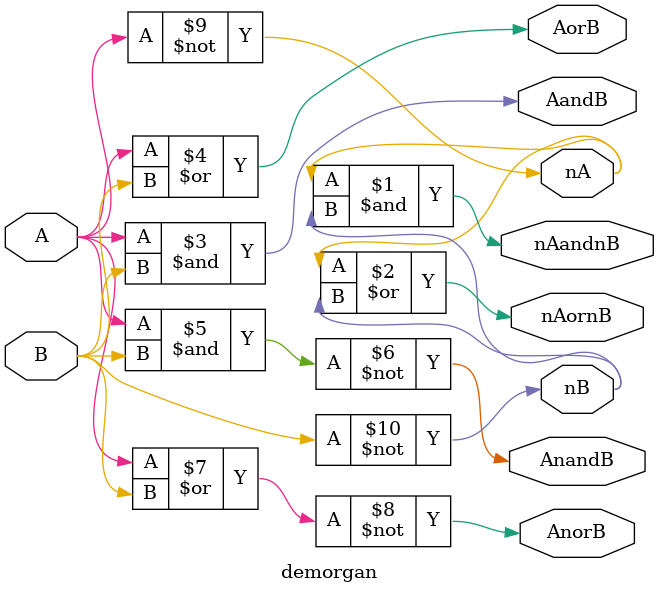
<source format=v>
module demorgan
(
  input  A,          // Single bit inputs
  input  B,
  output nA,         // Output intermediate complemented inputs
  output nB,
  output nAandnB,    // Single bit output, (~A)*(~B)
  output nAornB,     // Single bit output, (~A)+(~B)
  output AandB,      // Output intermediate combined inputs
  output AorB,
  output AnandB,     // Single bit output, ~(A*B)
  output AnorB       // Single bit output, ~(A+B)
);

  wire nA;
  wire nB;
  wire AandB;
  wire AorB;
  not  Ainv(nA, A);  	// Intermediate, inverter takes signal A as input and produces signal nA
  not  Binv(nB, B);	// Intermediate, inverter takes signal B as input and produces signal nB
  and  andgate(nAandnB, nA, nB); 	// AND gate produces nAandnB from nA and nB
  or   orgate(nAornB, nA, nB);		// OR gate produces nAornB from nA and nB
  and  andgate(AandB, A, B);		// Intermediate, AND gate produces AandB from A and B
  or   orgate(AorB, A, B);		// Intermediate, OR gate produces AorB from A and B
  nand nandgate(AnandB, A, B);		// NAND gate produces AnandB from A and B
  nor  norgate(AnorB, A, B);		// NOR gate produces AnorB from A and B

endmodule

</source>
